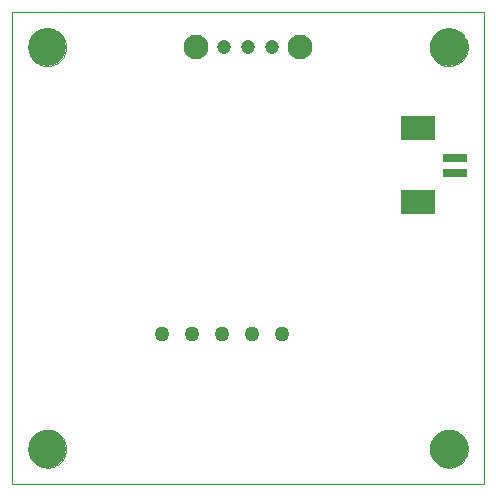
<source format=gbs>
G75*
%MOIN*%
%OFA0B0*%
%FSLAX24Y24*%
%IPPOS*%
%LPD*%
%AMOC8*
5,1,8,0,0,1.08239X$1,22.5*
%
%ADD10C,0.0000*%
%ADD11C,0.1260*%
%ADD12C,0.0472*%
%ADD13C,0.0827*%
%ADD14C,0.0500*%
%ADD15R,0.0787X0.0315*%
%ADD16R,0.1181X0.0827*%
D10*
X001361Y001361D02*
X001361Y017109D01*
X017109Y017109D01*
X017109Y001361D01*
X001361Y001361D01*
X001912Y002542D02*
X001914Y002592D01*
X001920Y002642D01*
X001930Y002691D01*
X001944Y002739D01*
X001961Y002786D01*
X001982Y002831D01*
X002007Y002875D01*
X002035Y002916D01*
X002067Y002955D01*
X002101Y002992D01*
X002138Y003026D01*
X002178Y003056D01*
X002220Y003083D01*
X002264Y003107D01*
X002310Y003128D01*
X002357Y003144D01*
X002405Y003157D01*
X002455Y003166D01*
X002504Y003171D01*
X002555Y003172D01*
X002605Y003169D01*
X002654Y003162D01*
X002703Y003151D01*
X002751Y003136D01*
X002797Y003118D01*
X002842Y003096D01*
X002885Y003070D01*
X002926Y003041D01*
X002965Y003009D01*
X003001Y002974D01*
X003033Y002936D01*
X003063Y002896D01*
X003090Y002853D01*
X003113Y002809D01*
X003132Y002763D01*
X003148Y002715D01*
X003160Y002666D01*
X003168Y002617D01*
X003172Y002567D01*
X003172Y002517D01*
X003168Y002467D01*
X003160Y002418D01*
X003148Y002369D01*
X003132Y002321D01*
X003113Y002275D01*
X003090Y002231D01*
X003063Y002188D01*
X003033Y002148D01*
X003001Y002110D01*
X002965Y002075D01*
X002926Y002043D01*
X002885Y002014D01*
X002842Y001988D01*
X002797Y001966D01*
X002751Y001948D01*
X002703Y001933D01*
X002654Y001922D01*
X002605Y001915D01*
X002555Y001912D01*
X002504Y001913D01*
X002455Y001918D01*
X002405Y001927D01*
X002357Y001940D01*
X002310Y001956D01*
X002264Y001977D01*
X002220Y002001D01*
X002178Y002028D01*
X002138Y002058D01*
X002101Y002092D01*
X002067Y002129D01*
X002035Y002168D01*
X002007Y002209D01*
X001982Y002253D01*
X001961Y002298D01*
X001944Y002345D01*
X001930Y002393D01*
X001920Y002442D01*
X001914Y002492D01*
X001912Y002542D01*
X001912Y015928D02*
X001914Y015978D01*
X001920Y016028D01*
X001930Y016077D01*
X001944Y016125D01*
X001961Y016172D01*
X001982Y016217D01*
X002007Y016261D01*
X002035Y016302D01*
X002067Y016341D01*
X002101Y016378D01*
X002138Y016412D01*
X002178Y016442D01*
X002220Y016469D01*
X002264Y016493D01*
X002310Y016514D01*
X002357Y016530D01*
X002405Y016543D01*
X002455Y016552D01*
X002504Y016557D01*
X002555Y016558D01*
X002605Y016555D01*
X002654Y016548D01*
X002703Y016537D01*
X002751Y016522D01*
X002797Y016504D01*
X002842Y016482D01*
X002885Y016456D01*
X002926Y016427D01*
X002965Y016395D01*
X003001Y016360D01*
X003033Y016322D01*
X003063Y016282D01*
X003090Y016239D01*
X003113Y016195D01*
X003132Y016149D01*
X003148Y016101D01*
X003160Y016052D01*
X003168Y016003D01*
X003172Y015953D01*
X003172Y015903D01*
X003168Y015853D01*
X003160Y015804D01*
X003148Y015755D01*
X003132Y015707D01*
X003113Y015661D01*
X003090Y015617D01*
X003063Y015574D01*
X003033Y015534D01*
X003001Y015496D01*
X002965Y015461D01*
X002926Y015429D01*
X002885Y015400D01*
X002842Y015374D01*
X002797Y015352D01*
X002751Y015334D01*
X002703Y015319D01*
X002654Y015308D01*
X002605Y015301D01*
X002555Y015298D01*
X002504Y015299D01*
X002455Y015304D01*
X002405Y015313D01*
X002357Y015326D01*
X002310Y015342D01*
X002264Y015363D01*
X002220Y015387D01*
X002178Y015414D01*
X002138Y015444D01*
X002101Y015478D01*
X002067Y015515D01*
X002035Y015554D01*
X002007Y015595D01*
X001982Y015639D01*
X001961Y015684D01*
X001944Y015731D01*
X001930Y015779D01*
X001920Y015828D01*
X001914Y015878D01*
X001912Y015928D01*
X015298Y015928D02*
X015300Y015978D01*
X015306Y016028D01*
X015316Y016077D01*
X015330Y016125D01*
X015347Y016172D01*
X015368Y016217D01*
X015393Y016261D01*
X015421Y016302D01*
X015453Y016341D01*
X015487Y016378D01*
X015524Y016412D01*
X015564Y016442D01*
X015606Y016469D01*
X015650Y016493D01*
X015696Y016514D01*
X015743Y016530D01*
X015791Y016543D01*
X015841Y016552D01*
X015890Y016557D01*
X015941Y016558D01*
X015991Y016555D01*
X016040Y016548D01*
X016089Y016537D01*
X016137Y016522D01*
X016183Y016504D01*
X016228Y016482D01*
X016271Y016456D01*
X016312Y016427D01*
X016351Y016395D01*
X016387Y016360D01*
X016419Y016322D01*
X016449Y016282D01*
X016476Y016239D01*
X016499Y016195D01*
X016518Y016149D01*
X016534Y016101D01*
X016546Y016052D01*
X016554Y016003D01*
X016558Y015953D01*
X016558Y015903D01*
X016554Y015853D01*
X016546Y015804D01*
X016534Y015755D01*
X016518Y015707D01*
X016499Y015661D01*
X016476Y015617D01*
X016449Y015574D01*
X016419Y015534D01*
X016387Y015496D01*
X016351Y015461D01*
X016312Y015429D01*
X016271Y015400D01*
X016228Y015374D01*
X016183Y015352D01*
X016137Y015334D01*
X016089Y015319D01*
X016040Y015308D01*
X015991Y015301D01*
X015941Y015298D01*
X015890Y015299D01*
X015841Y015304D01*
X015791Y015313D01*
X015743Y015326D01*
X015696Y015342D01*
X015650Y015363D01*
X015606Y015387D01*
X015564Y015414D01*
X015524Y015444D01*
X015487Y015478D01*
X015453Y015515D01*
X015421Y015554D01*
X015393Y015595D01*
X015368Y015639D01*
X015347Y015684D01*
X015330Y015731D01*
X015316Y015779D01*
X015306Y015828D01*
X015300Y015878D01*
X015298Y015928D01*
X015298Y002542D02*
X015300Y002592D01*
X015306Y002642D01*
X015316Y002691D01*
X015330Y002739D01*
X015347Y002786D01*
X015368Y002831D01*
X015393Y002875D01*
X015421Y002916D01*
X015453Y002955D01*
X015487Y002992D01*
X015524Y003026D01*
X015564Y003056D01*
X015606Y003083D01*
X015650Y003107D01*
X015696Y003128D01*
X015743Y003144D01*
X015791Y003157D01*
X015841Y003166D01*
X015890Y003171D01*
X015941Y003172D01*
X015991Y003169D01*
X016040Y003162D01*
X016089Y003151D01*
X016137Y003136D01*
X016183Y003118D01*
X016228Y003096D01*
X016271Y003070D01*
X016312Y003041D01*
X016351Y003009D01*
X016387Y002974D01*
X016419Y002936D01*
X016449Y002896D01*
X016476Y002853D01*
X016499Y002809D01*
X016518Y002763D01*
X016534Y002715D01*
X016546Y002666D01*
X016554Y002617D01*
X016558Y002567D01*
X016558Y002517D01*
X016554Y002467D01*
X016546Y002418D01*
X016534Y002369D01*
X016518Y002321D01*
X016499Y002275D01*
X016476Y002231D01*
X016449Y002188D01*
X016419Y002148D01*
X016387Y002110D01*
X016351Y002075D01*
X016312Y002043D01*
X016271Y002014D01*
X016228Y001988D01*
X016183Y001966D01*
X016137Y001948D01*
X016089Y001933D01*
X016040Y001922D01*
X015991Y001915D01*
X015941Y001912D01*
X015890Y001913D01*
X015841Y001918D01*
X015791Y001927D01*
X015743Y001940D01*
X015696Y001956D01*
X015650Y001977D01*
X015606Y002001D01*
X015564Y002028D01*
X015524Y002058D01*
X015487Y002092D01*
X015453Y002129D01*
X015421Y002168D01*
X015393Y002209D01*
X015368Y002253D01*
X015347Y002298D01*
X015330Y002345D01*
X015316Y002393D01*
X015306Y002442D01*
X015300Y002492D01*
X015298Y002542D01*
D11*
X015928Y002542D03*
X015928Y015928D03*
X002542Y015928D03*
X002542Y002542D03*
D12*
X008448Y015928D03*
X009235Y015928D03*
X010023Y015928D03*
D13*
X010967Y015928D03*
X007503Y015928D03*
D14*
X007361Y006361D03*
X006361Y006361D03*
X008361Y006361D03*
X009361Y006361D03*
X010361Y006361D03*
D15*
X016125Y011745D03*
X016125Y012237D03*
D16*
X014895Y013221D03*
X014895Y010761D03*
M02*

</source>
